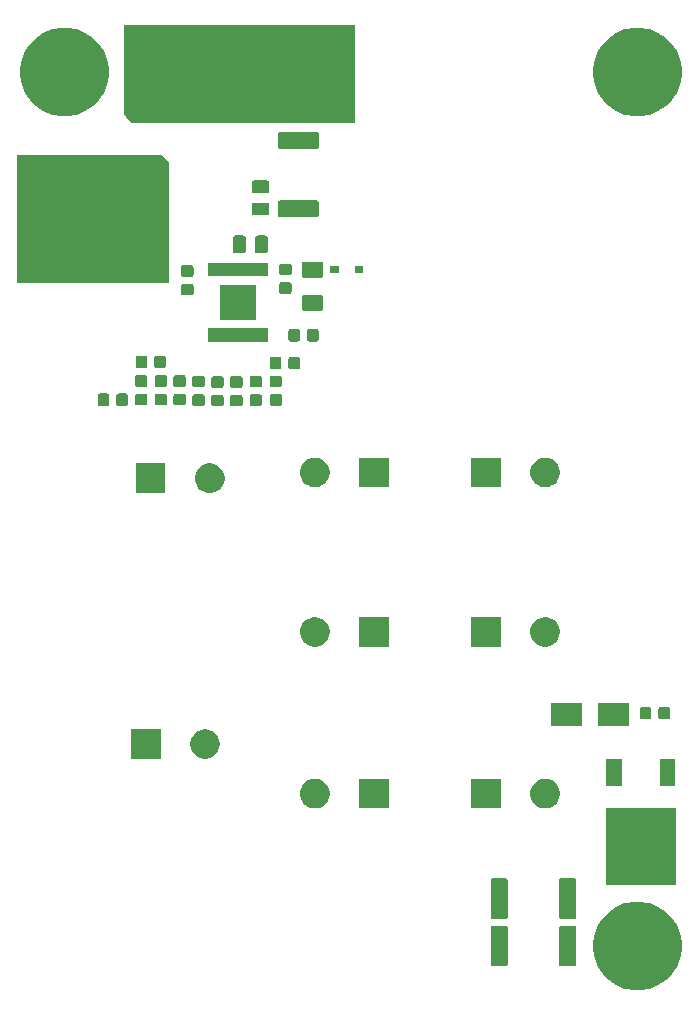
<source format=gbr>
G04 #@! TF.GenerationSoftware,KiCad,Pcbnew,(5.1.2)-2*
G04 #@! TF.CreationDate,2019-10-04T19:12:57-04:00*
G04 #@! TF.ProjectId,High_Current_Buck,48696768-5f43-4757-9272-656e745f4275,rev?*
G04 #@! TF.SameCoordinates,Original*
G04 #@! TF.FileFunction,Soldermask,Bot*
G04 #@! TF.FilePolarity,Negative*
%FSLAX46Y46*%
G04 Gerber Fmt 4.6, Leading zero omitted, Abs format (unit mm)*
G04 Created by KiCad (PCBNEW (5.1.2)-2) date 2019-10-04 19:12:57*
%MOMM*%
%LPD*%
G04 APERTURE LIST*
%ADD10C,0.100000*%
G04 APERTURE END LIST*
D10*
G36*
X78000000Y-47200000D02*
G01*
X59100000Y-47200000D01*
X58500000Y-46600000D01*
X58500000Y-39000000D01*
X78000000Y-39000000D01*
X78000000Y-47200000D01*
G37*
X78000000Y-47200000D02*
X59100000Y-47200000D01*
X58500000Y-46600000D01*
X58500000Y-39000000D01*
X78000000Y-39000000D01*
X78000000Y-47200000D01*
G36*
X62300000Y-50600000D02*
G01*
X62300000Y-60800000D01*
X49500000Y-60800000D01*
X49500000Y-50000000D01*
X61700000Y-50000000D01*
X62300000Y-50600000D01*
G37*
X62300000Y-50600000D02*
X62300000Y-60800000D01*
X49500000Y-60800000D01*
X49500000Y-50000000D01*
X61700000Y-50000000D01*
X62300000Y-50600000D01*
G36*
X102852564Y-113345099D02*
G01*
X103094126Y-113393149D01*
X103776765Y-113675907D01*
X104391123Y-114086408D01*
X104913592Y-114608877D01*
X105324093Y-115223235D01*
X105606851Y-115905874D01*
X105751000Y-116630559D01*
X105751000Y-117369441D01*
X105606851Y-118094126D01*
X105324093Y-118776765D01*
X104913592Y-119391123D01*
X104391123Y-119913592D01*
X103776765Y-120324093D01*
X103094126Y-120606851D01*
X102852564Y-120654901D01*
X102369443Y-120751000D01*
X101630557Y-120751000D01*
X101147436Y-120654901D01*
X100905874Y-120606851D01*
X100223235Y-120324093D01*
X99608877Y-119913592D01*
X99086408Y-119391123D01*
X98675907Y-118776765D01*
X98393149Y-118094126D01*
X98249000Y-117369441D01*
X98249000Y-116630559D01*
X98393149Y-115905874D01*
X98675907Y-115223235D01*
X99086408Y-114608877D01*
X99608877Y-114086408D01*
X100223235Y-113675907D01*
X100905874Y-113393149D01*
X101147436Y-113345099D01*
X101630557Y-113249000D01*
X102369443Y-113249000D01*
X102852564Y-113345099D01*
X102852564Y-113345099D01*
G37*
G36*
X96672798Y-115278247D02*
G01*
X96708367Y-115289037D01*
X96741139Y-115306554D01*
X96769869Y-115330131D01*
X96793446Y-115358861D01*
X96810963Y-115391633D01*
X96821753Y-115427202D01*
X96826000Y-115470325D01*
X96826000Y-118529675D01*
X96821753Y-118572798D01*
X96810963Y-118608367D01*
X96793446Y-118641139D01*
X96769869Y-118669869D01*
X96741139Y-118693446D01*
X96708367Y-118710963D01*
X96672798Y-118721753D01*
X96629675Y-118726000D01*
X95570325Y-118726000D01*
X95527202Y-118721753D01*
X95491633Y-118710963D01*
X95458861Y-118693446D01*
X95430131Y-118669869D01*
X95406554Y-118641139D01*
X95389037Y-118608367D01*
X95378247Y-118572798D01*
X95374000Y-118529675D01*
X95374000Y-115470325D01*
X95378247Y-115427202D01*
X95389037Y-115391633D01*
X95406554Y-115358861D01*
X95430131Y-115330131D01*
X95458861Y-115306554D01*
X95491633Y-115289037D01*
X95527202Y-115278247D01*
X95570325Y-115274000D01*
X96629675Y-115274000D01*
X96672798Y-115278247D01*
X96672798Y-115278247D01*
G37*
G36*
X90872798Y-115278247D02*
G01*
X90908367Y-115289037D01*
X90941139Y-115306554D01*
X90969869Y-115330131D01*
X90993446Y-115358861D01*
X91010963Y-115391633D01*
X91021753Y-115427202D01*
X91026000Y-115470325D01*
X91026000Y-118529675D01*
X91021753Y-118572798D01*
X91010963Y-118608367D01*
X90993446Y-118641139D01*
X90969869Y-118669869D01*
X90941139Y-118693446D01*
X90908367Y-118710963D01*
X90872798Y-118721753D01*
X90829675Y-118726000D01*
X89770325Y-118726000D01*
X89727202Y-118721753D01*
X89691633Y-118710963D01*
X89658861Y-118693446D01*
X89630131Y-118669869D01*
X89606554Y-118641139D01*
X89589037Y-118608367D01*
X89578247Y-118572798D01*
X89574000Y-118529675D01*
X89574000Y-115470325D01*
X89578247Y-115427202D01*
X89589037Y-115391633D01*
X89606554Y-115358861D01*
X89630131Y-115330131D01*
X89658861Y-115306554D01*
X89691633Y-115289037D01*
X89727202Y-115278247D01*
X89770325Y-115274000D01*
X90829675Y-115274000D01*
X90872798Y-115278247D01*
X90872798Y-115278247D01*
G37*
G36*
X96672798Y-111278247D02*
G01*
X96708367Y-111289037D01*
X96741139Y-111306554D01*
X96769869Y-111330131D01*
X96793446Y-111358861D01*
X96810963Y-111391633D01*
X96821753Y-111427202D01*
X96826000Y-111470325D01*
X96826000Y-114529675D01*
X96821753Y-114572798D01*
X96810963Y-114608367D01*
X96793446Y-114641139D01*
X96769869Y-114669869D01*
X96741139Y-114693446D01*
X96708367Y-114710963D01*
X96672798Y-114721753D01*
X96629675Y-114726000D01*
X95570325Y-114726000D01*
X95527202Y-114721753D01*
X95491633Y-114710963D01*
X95458861Y-114693446D01*
X95430131Y-114669869D01*
X95406554Y-114641139D01*
X95389037Y-114608367D01*
X95378247Y-114572798D01*
X95374000Y-114529675D01*
X95374000Y-111470325D01*
X95378247Y-111427202D01*
X95389037Y-111391633D01*
X95406554Y-111358861D01*
X95430131Y-111330131D01*
X95458861Y-111306554D01*
X95491633Y-111289037D01*
X95527202Y-111278247D01*
X95570325Y-111274000D01*
X96629675Y-111274000D01*
X96672798Y-111278247D01*
X96672798Y-111278247D01*
G37*
G36*
X90872798Y-111278247D02*
G01*
X90908367Y-111289037D01*
X90941139Y-111306554D01*
X90969869Y-111330131D01*
X90993446Y-111358861D01*
X91010963Y-111391633D01*
X91021753Y-111427202D01*
X91026000Y-111470325D01*
X91026000Y-114529675D01*
X91021753Y-114572798D01*
X91010963Y-114608367D01*
X90993446Y-114641139D01*
X90969869Y-114669869D01*
X90941139Y-114693446D01*
X90908367Y-114710963D01*
X90872798Y-114721753D01*
X90829675Y-114726000D01*
X89770325Y-114726000D01*
X89727202Y-114721753D01*
X89691633Y-114710963D01*
X89658861Y-114693446D01*
X89630131Y-114669869D01*
X89606554Y-114641139D01*
X89589037Y-114608367D01*
X89578247Y-114572798D01*
X89574000Y-114529675D01*
X89574000Y-111470325D01*
X89578247Y-111427202D01*
X89589037Y-111391633D01*
X89606554Y-111358861D01*
X89630131Y-111330131D01*
X89658861Y-111306554D01*
X89691633Y-111289037D01*
X89727202Y-111278247D01*
X89770325Y-111274000D01*
X90829675Y-111274000D01*
X90872798Y-111278247D01*
X90872798Y-111278247D01*
G37*
G36*
X105251000Y-111851000D02*
G01*
X99349000Y-111851000D01*
X99349000Y-105349000D01*
X105251000Y-105349000D01*
X105251000Y-111851000D01*
X105251000Y-111851000D01*
G37*
G36*
X75064903Y-102897075D02*
G01*
X75292571Y-102991378D01*
X75497466Y-103128285D01*
X75671715Y-103302534D01*
X75808622Y-103507429D01*
X75902925Y-103735097D01*
X75951000Y-103976787D01*
X75951000Y-104223213D01*
X75902925Y-104464903D01*
X75808622Y-104692571D01*
X75671715Y-104897466D01*
X75497466Y-105071715D01*
X75292571Y-105208622D01*
X75292570Y-105208623D01*
X75292569Y-105208623D01*
X75064903Y-105302925D01*
X74823214Y-105351000D01*
X74576786Y-105351000D01*
X74335097Y-105302925D01*
X74107431Y-105208623D01*
X74107430Y-105208623D01*
X74107429Y-105208622D01*
X73902534Y-105071715D01*
X73728285Y-104897466D01*
X73591378Y-104692571D01*
X73497075Y-104464903D01*
X73449000Y-104223213D01*
X73449000Y-103976787D01*
X73497075Y-103735097D01*
X73591378Y-103507429D01*
X73728285Y-103302534D01*
X73902534Y-103128285D01*
X74107429Y-102991378D01*
X74335097Y-102897075D01*
X74576786Y-102849000D01*
X74823214Y-102849000D01*
X75064903Y-102897075D01*
X75064903Y-102897075D01*
G37*
G36*
X94564903Y-102897075D02*
G01*
X94792571Y-102991378D01*
X94997466Y-103128285D01*
X95171715Y-103302534D01*
X95308622Y-103507429D01*
X95402925Y-103735097D01*
X95451000Y-103976787D01*
X95451000Y-104223213D01*
X95402925Y-104464903D01*
X95308622Y-104692571D01*
X95171715Y-104897466D01*
X94997466Y-105071715D01*
X94792571Y-105208622D01*
X94792570Y-105208623D01*
X94792569Y-105208623D01*
X94564903Y-105302925D01*
X94323214Y-105351000D01*
X94076786Y-105351000D01*
X93835097Y-105302925D01*
X93607431Y-105208623D01*
X93607430Y-105208623D01*
X93607429Y-105208622D01*
X93402534Y-105071715D01*
X93228285Y-104897466D01*
X93091378Y-104692571D01*
X92997075Y-104464903D01*
X92949000Y-104223213D01*
X92949000Y-103976787D01*
X92997075Y-103735097D01*
X93091378Y-103507429D01*
X93228285Y-103302534D01*
X93402534Y-103128285D01*
X93607429Y-102991378D01*
X93835097Y-102897075D01*
X94076786Y-102849000D01*
X94323214Y-102849000D01*
X94564903Y-102897075D01*
X94564903Y-102897075D01*
G37*
G36*
X90451000Y-105351000D02*
G01*
X87949000Y-105351000D01*
X87949000Y-102849000D01*
X90451000Y-102849000D01*
X90451000Y-105351000D01*
X90451000Y-105351000D01*
G37*
G36*
X80951000Y-105351000D02*
G01*
X78449000Y-105351000D01*
X78449000Y-102849000D01*
X80951000Y-102849000D01*
X80951000Y-105351000D01*
X80951000Y-105351000D01*
G37*
G36*
X100671000Y-103451000D02*
G01*
X99369000Y-103451000D01*
X99369000Y-101149000D01*
X100671000Y-101149000D01*
X100671000Y-103451000D01*
X100671000Y-103451000D01*
G37*
G36*
X105231000Y-103451000D02*
G01*
X103929000Y-103451000D01*
X103929000Y-101149000D01*
X105231000Y-101149000D01*
X105231000Y-103451000D01*
X105231000Y-103451000D01*
G37*
G36*
X65764903Y-98697075D02*
G01*
X65992571Y-98791378D01*
X66197466Y-98928285D01*
X66371715Y-99102534D01*
X66508622Y-99307429D01*
X66602925Y-99535097D01*
X66651000Y-99776787D01*
X66651000Y-100023213D01*
X66602925Y-100264903D01*
X66508622Y-100492571D01*
X66371715Y-100697466D01*
X66197466Y-100871715D01*
X65992571Y-101008622D01*
X65992570Y-101008623D01*
X65992569Y-101008623D01*
X65764903Y-101102925D01*
X65523214Y-101151000D01*
X65276786Y-101151000D01*
X65035097Y-101102925D01*
X64807431Y-101008623D01*
X64807430Y-101008623D01*
X64807429Y-101008622D01*
X64602534Y-100871715D01*
X64428285Y-100697466D01*
X64291378Y-100492571D01*
X64197075Y-100264903D01*
X64149000Y-100023213D01*
X64149000Y-99776787D01*
X64197075Y-99535097D01*
X64291378Y-99307429D01*
X64428285Y-99102534D01*
X64602534Y-98928285D01*
X64807429Y-98791378D01*
X65035097Y-98697075D01*
X65276786Y-98649000D01*
X65523214Y-98649000D01*
X65764903Y-98697075D01*
X65764903Y-98697075D01*
G37*
G36*
X61651000Y-101151000D02*
G01*
X59149000Y-101151000D01*
X59149000Y-98649000D01*
X61651000Y-98649000D01*
X61651000Y-101151000D01*
X61651000Y-101151000D01*
G37*
G36*
X97301000Y-98351000D02*
G01*
X94699000Y-98351000D01*
X94699000Y-96449000D01*
X97301000Y-96449000D01*
X97301000Y-98351000D01*
X97301000Y-98351000D01*
G37*
G36*
X101301000Y-98351000D02*
G01*
X98699000Y-98351000D01*
X98699000Y-96449000D01*
X101301000Y-96449000D01*
X101301000Y-98351000D01*
X101301000Y-98351000D01*
G37*
G36*
X103042091Y-96778085D02*
G01*
X103076069Y-96788393D01*
X103107390Y-96805134D01*
X103134839Y-96827661D01*
X103157366Y-96855110D01*
X103174107Y-96886431D01*
X103184415Y-96920409D01*
X103188500Y-96961890D01*
X103188500Y-97638110D01*
X103184415Y-97679591D01*
X103174107Y-97713569D01*
X103157366Y-97744890D01*
X103134839Y-97772339D01*
X103107390Y-97794866D01*
X103076069Y-97811607D01*
X103042091Y-97821915D01*
X103000610Y-97826000D01*
X102399390Y-97826000D01*
X102357909Y-97821915D01*
X102323931Y-97811607D01*
X102292610Y-97794866D01*
X102265161Y-97772339D01*
X102242634Y-97744890D01*
X102225893Y-97713569D01*
X102215585Y-97679591D01*
X102211500Y-97638110D01*
X102211500Y-96961890D01*
X102215585Y-96920409D01*
X102225893Y-96886431D01*
X102242634Y-96855110D01*
X102265161Y-96827661D01*
X102292610Y-96805134D01*
X102323931Y-96788393D01*
X102357909Y-96778085D01*
X102399390Y-96774000D01*
X103000610Y-96774000D01*
X103042091Y-96778085D01*
X103042091Y-96778085D01*
G37*
G36*
X104617091Y-96778085D02*
G01*
X104651069Y-96788393D01*
X104682390Y-96805134D01*
X104709839Y-96827661D01*
X104732366Y-96855110D01*
X104749107Y-96886431D01*
X104759415Y-96920409D01*
X104763500Y-96961890D01*
X104763500Y-97638110D01*
X104759415Y-97679591D01*
X104749107Y-97713569D01*
X104732366Y-97744890D01*
X104709839Y-97772339D01*
X104682390Y-97794866D01*
X104651069Y-97811607D01*
X104617091Y-97821915D01*
X104575610Y-97826000D01*
X103974390Y-97826000D01*
X103932909Y-97821915D01*
X103898931Y-97811607D01*
X103867610Y-97794866D01*
X103840161Y-97772339D01*
X103817634Y-97744890D01*
X103800893Y-97713569D01*
X103790585Y-97679591D01*
X103786500Y-97638110D01*
X103786500Y-96961890D01*
X103790585Y-96920409D01*
X103800893Y-96886431D01*
X103817634Y-96855110D01*
X103840161Y-96827661D01*
X103867610Y-96805134D01*
X103898931Y-96788393D01*
X103932909Y-96778085D01*
X103974390Y-96774000D01*
X104575610Y-96774000D01*
X104617091Y-96778085D01*
X104617091Y-96778085D01*
G37*
G36*
X94564903Y-89197075D02*
G01*
X94792571Y-89291378D01*
X94997466Y-89428285D01*
X95171715Y-89602534D01*
X95308622Y-89807429D01*
X95402925Y-90035097D01*
X95451000Y-90276787D01*
X95451000Y-90523213D01*
X95402925Y-90764903D01*
X95308622Y-90992571D01*
X95171715Y-91197466D01*
X94997466Y-91371715D01*
X94792571Y-91508622D01*
X94792570Y-91508623D01*
X94792569Y-91508623D01*
X94564903Y-91602925D01*
X94323214Y-91651000D01*
X94076786Y-91651000D01*
X93835097Y-91602925D01*
X93607431Y-91508623D01*
X93607430Y-91508623D01*
X93607429Y-91508622D01*
X93402534Y-91371715D01*
X93228285Y-91197466D01*
X93091378Y-90992571D01*
X92997075Y-90764903D01*
X92949000Y-90523213D01*
X92949000Y-90276787D01*
X92997075Y-90035097D01*
X93091378Y-89807429D01*
X93228285Y-89602534D01*
X93402534Y-89428285D01*
X93607429Y-89291378D01*
X93835097Y-89197075D01*
X94076786Y-89149000D01*
X94323214Y-89149000D01*
X94564903Y-89197075D01*
X94564903Y-89197075D01*
G37*
G36*
X75064903Y-89197075D02*
G01*
X75292571Y-89291378D01*
X75497466Y-89428285D01*
X75671715Y-89602534D01*
X75808622Y-89807429D01*
X75902925Y-90035097D01*
X75951000Y-90276787D01*
X75951000Y-90523213D01*
X75902925Y-90764903D01*
X75808622Y-90992571D01*
X75671715Y-91197466D01*
X75497466Y-91371715D01*
X75292571Y-91508622D01*
X75292570Y-91508623D01*
X75292569Y-91508623D01*
X75064903Y-91602925D01*
X74823214Y-91651000D01*
X74576786Y-91651000D01*
X74335097Y-91602925D01*
X74107431Y-91508623D01*
X74107430Y-91508623D01*
X74107429Y-91508622D01*
X73902534Y-91371715D01*
X73728285Y-91197466D01*
X73591378Y-90992571D01*
X73497075Y-90764903D01*
X73449000Y-90523213D01*
X73449000Y-90276787D01*
X73497075Y-90035097D01*
X73591378Y-89807429D01*
X73728285Y-89602534D01*
X73902534Y-89428285D01*
X74107429Y-89291378D01*
X74335097Y-89197075D01*
X74576786Y-89149000D01*
X74823214Y-89149000D01*
X75064903Y-89197075D01*
X75064903Y-89197075D01*
G37*
G36*
X90451000Y-91651000D02*
G01*
X87949000Y-91651000D01*
X87949000Y-89149000D01*
X90451000Y-89149000D01*
X90451000Y-91651000D01*
X90451000Y-91651000D01*
G37*
G36*
X80951000Y-91651000D02*
G01*
X78449000Y-91651000D01*
X78449000Y-89149000D01*
X80951000Y-89149000D01*
X80951000Y-91651000D01*
X80951000Y-91651000D01*
G37*
G36*
X66164903Y-76197075D02*
G01*
X66392571Y-76291378D01*
X66597466Y-76428285D01*
X66771715Y-76602534D01*
X66908622Y-76807429D01*
X66908623Y-76807431D01*
X66998003Y-77023214D01*
X67002925Y-77035097D01*
X67051000Y-77276787D01*
X67051000Y-77523213D01*
X67002925Y-77764903D01*
X66908622Y-77992571D01*
X66771715Y-78197466D01*
X66597466Y-78371715D01*
X66392571Y-78508622D01*
X66392570Y-78508623D01*
X66392569Y-78508623D01*
X66164903Y-78602925D01*
X65923214Y-78651000D01*
X65676786Y-78651000D01*
X65435097Y-78602925D01*
X65207431Y-78508623D01*
X65207430Y-78508623D01*
X65207429Y-78508622D01*
X65002534Y-78371715D01*
X64828285Y-78197466D01*
X64691378Y-77992571D01*
X64597075Y-77764903D01*
X64549000Y-77523213D01*
X64549000Y-77276787D01*
X64597075Y-77035097D01*
X64601997Y-77023214D01*
X64691377Y-76807431D01*
X64691378Y-76807429D01*
X64828285Y-76602534D01*
X65002534Y-76428285D01*
X65207429Y-76291378D01*
X65435097Y-76197075D01*
X65676786Y-76149000D01*
X65923214Y-76149000D01*
X66164903Y-76197075D01*
X66164903Y-76197075D01*
G37*
G36*
X62051000Y-78651000D02*
G01*
X59549000Y-78651000D01*
X59549000Y-76149000D01*
X62051000Y-76149000D01*
X62051000Y-78651000D01*
X62051000Y-78651000D01*
G37*
G36*
X75064903Y-75697075D02*
G01*
X75292571Y-75791378D01*
X75497466Y-75928285D01*
X75671715Y-76102534D01*
X75797896Y-76291377D01*
X75808623Y-76307431D01*
X75902925Y-76535097D01*
X75951000Y-76776786D01*
X75951000Y-77023214D01*
X75902925Y-77264903D01*
X75898003Y-77276787D01*
X75808622Y-77492571D01*
X75671715Y-77697466D01*
X75497466Y-77871715D01*
X75292571Y-78008622D01*
X75292570Y-78008623D01*
X75292569Y-78008623D01*
X75064903Y-78102925D01*
X74823214Y-78151000D01*
X74576786Y-78151000D01*
X74335097Y-78102925D01*
X74107431Y-78008623D01*
X74107430Y-78008623D01*
X74107429Y-78008622D01*
X73902534Y-77871715D01*
X73728285Y-77697466D01*
X73591378Y-77492571D01*
X73501998Y-77276787D01*
X73497075Y-77264903D01*
X73449000Y-77023214D01*
X73449000Y-76776786D01*
X73497075Y-76535097D01*
X73591377Y-76307431D01*
X73602104Y-76291377D01*
X73728285Y-76102534D01*
X73902534Y-75928285D01*
X74107429Y-75791378D01*
X74335097Y-75697075D01*
X74576786Y-75649000D01*
X74823214Y-75649000D01*
X75064903Y-75697075D01*
X75064903Y-75697075D01*
G37*
G36*
X80951000Y-78151000D02*
G01*
X78449000Y-78151000D01*
X78449000Y-75649000D01*
X80951000Y-75649000D01*
X80951000Y-78151000D01*
X80951000Y-78151000D01*
G37*
G36*
X94564903Y-75697075D02*
G01*
X94792571Y-75791378D01*
X94997466Y-75928285D01*
X95171715Y-76102534D01*
X95297896Y-76291377D01*
X95308623Y-76307431D01*
X95402925Y-76535097D01*
X95451000Y-76776786D01*
X95451000Y-77023214D01*
X95402925Y-77264903D01*
X95398003Y-77276787D01*
X95308622Y-77492571D01*
X95171715Y-77697466D01*
X94997466Y-77871715D01*
X94792571Y-78008622D01*
X94792570Y-78008623D01*
X94792569Y-78008623D01*
X94564903Y-78102925D01*
X94323214Y-78151000D01*
X94076786Y-78151000D01*
X93835097Y-78102925D01*
X93607431Y-78008623D01*
X93607430Y-78008623D01*
X93607429Y-78008622D01*
X93402534Y-77871715D01*
X93228285Y-77697466D01*
X93091378Y-77492571D01*
X93001998Y-77276787D01*
X92997075Y-77264903D01*
X92949000Y-77023214D01*
X92949000Y-76776786D01*
X92997075Y-76535097D01*
X93091377Y-76307431D01*
X93102104Y-76291377D01*
X93228285Y-76102534D01*
X93402534Y-75928285D01*
X93607429Y-75791378D01*
X93835097Y-75697075D01*
X94076786Y-75649000D01*
X94323214Y-75649000D01*
X94564903Y-75697075D01*
X94564903Y-75697075D01*
G37*
G36*
X90451000Y-78151000D02*
G01*
X87949000Y-78151000D01*
X87949000Y-75649000D01*
X90451000Y-75649000D01*
X90451000Y-78151000D01*
X90451000Y-78151000D01*
G37*
G36*
X66829591Y-70340585D02*
G01*
X66863569Y-70350893D01*
X66894890Y-70367634D01*
X66922339Y-70390161D01*
X66944866Y-70417610D01*
X66961607Y-70448931D01*
X66971915Y-70482909D01*
X66976000Y-70524390D01*
X66976000Y-71125610D01*
X66971915Y-71167091D01*
X66961607Y-71201069D01*
X66944866Y-71232390D01*
X66922339Y-71259839D01*
X66894890Y-71282366D01*
X66863569Y-71299107D01*
X66829591Y-71309415D01*
X66788110Y-71313500D01*
X66111890Y-71313500D01*
X66070409Y-71309415D01*
X66036431Y-71299107D01*
X66005110Y-71282366D01*
X65977661Y-71259839D01*
X65955134Y-71232390D01*
X65938393Y-71201069D01*
X65928085Y-71167091D01*
X65924000Y-71125610D01*
X65924000Y-70524390D01*
X65928085Y-70482909D01*
X65938393Y-70448931D01*
X65955134Y-70417610D01*
X65977661Y-70390161D01*
X66005110Y-70367634D01*
X66036431Y-70350893D01*
X66070409Y-70340585D01*
X66111890Y-70336500D01*
X66788110Y-70336500D01*
X66829591Y-70340585D01*
X66829591Y-70340585D01*
G37*
G36*
X68429591Y-70340585D02*
G01*
X68463569Y-70350893D01*
X68494890Y-70367634D01*
X68522339Y-70390161D01*
X68544866Y-70417610D01*
X68561607Y-70448931D01*
X68571915Y-70482909D01*
X68576000Y-70524390D01*
X68576000Y-71125610D01*
X68571915Y-71167091D01*
X68561607Y-71201069D01*
X68544866Y-71232390D01*
X68522339Y-71259839D01*
X68494890Y-71282366D01*
X68463569Y-71299107D01*
X68429591Y-71309415D01*
X68388110Y-71313500D01*
X67711890Y-71313500D01*
X67670409Y-71309415D01*
X67636431Y-71299107D01*
X67605110Y-71282366D01*
X67577661Y-71259839D01*
X67555134Y-71232390D01*
X67538393Y-71201069D01*
X67528085Y-71167091D01*
X67524000Y-71125610D01*
X67524000Y-70524390D01*
X67528085Y-70482909D01*
X67538393Y-70448931D01*
X67555134Y-70417610D01*
X67577661Y-70390161D01*
X67605110Y-70367634D01*
X67636431Y-70350893D01*
X67670409Y-70340585D01*
X67711890Y-70336500D01*
X68388110Y-70336500D01*
X68429591Y-70340585D01*
X68429591Y-70340585D01*
G37*
G36*
X70079591Y-70303085D02*
G01*
X70113569Y-70313393D01*
X70144890Y-70330134D01*
X70172339Y-70352661D01*
X70194866Y-70380110D01*
X70211607Y-70411431D01*
X70221915Y-70445409D01*
X70226000Y-70486890D01*
X70226000Y-71088110D01*
X70221915Y-71129591D01*
X70211607Y-71163569D01*
X70194866Y-71194890D01*
X70172339Y-71222339D01*
X70144890Y-71244866D01*
X70113569Y-71261607D01*
X70079591Y-71271915D01*
X70038110Y-71276000D01*
X69361890Y-71276000D01*
X69320409Y-71271915D01*
X69286431Y-71261607D01*
X69255110Y-71244866D01*
X69227661Y-71222339D01*
X69205134Y-71194890D01*
X69188393Y-71163569D01*
X69178085Y-71129591D01*
X69174000Y-71088110D01*
X69174000Y-70486890D01*
X69178085Y-70445409D01*
X69188393Y-70411431D01*
X69205134Y-70380110D01*
X69227661Y-70352661D01*
X69255110Y-70330134D01*
X69286431Y-70313393D01*
X69320409Y-70303085D01*
X69361890Y-70299000D01*
X70038110Y-70299000D01*
X70079591Y-70303085D01*
X70079591Y-70303085D01*
G37*
G36*
X58717091Y-70228085D02*
G01*
X58751069Y-70238393D01*
X58782390Y-70255134D01*
X58809839Y-70277661D01*
X58832366Y-70305110D01*
X58849107Y-70336431D01*
X58859415Y-70370409D01*
X58863500Y-70411890D01*
X58863500Y-71088110D01*
X58859415Y-71129591D01*
X58849107Y-71163569D01*
X58832366Y-71194890D01*
X58809839Y-71222339D01*
X58782390Y-71244866D01*
X58751069Y-71261607D01*
X58717091Y-71271915D01*
X58675610Y-71276000D01*
X58074390Y-71276000D01*
X58032909Y-71271915D01*
X57998931Y-71261607D01*
X57967610Y-71244866D01*
X57940161Y-71222339D01*
X57917634Y-71194890D01*
X57900893Y-71163569D01*
X57890585Y-71129591D01*
X57886500Y-71088110D01*
X57886500Y-70411890D01*
X57890585Y-70370409D01*
X57900893Y-70336431D01*
X57917634Y-70305110D01*
X57940161Y-70277661D01*
X57967610Y-70255134D01*
X57998931Y-70238393D01*
X58032909Y-70228085D01*
X58074390Y-70224000D01*
X58675610Y-70224000D01*
X58717091Y-70228085D01*
X58717091Y-70228085D01*
G37*
G36*
X57142091Y-70228085D02*
G01*
X57176069Y-70238393D01*
X57207390Y-70255134D01*
X57234839Y-70277661D01*
X57257366Y-70305110D01*
X57274107Y-70336431D01*
X57284415Y-70370409D01*
X57288500Y-70411890D01*
X57288500Y-71088110D01*
X57284415Y-71129591D01*
X57274107Y-71163569D01*
X57257366Y-71194890D01*
X57234839Y-71222339D01*
X57207390Y-71244866D01*
X57176069Y-71261607D01*
X57142091Y-71271915D01*
X57100610Y-71276000D01*
X56499390Y-71276000D01*
X56457909Y-71271915D01*
X56423931Y-71261607D01*
X56392610Y-71244866D01*
X56365161Y-71222339D01*
X56342634Y-71194890D01*
X56325893Y-71163569D01*
X56315585Y-71129591D01*
X56311500Y-71088110D01*
X56311500Y-70411890D01*
X56315585Y-70370409D01*
X56325893Y-70336431D01*
X56342634Y-70305110D01*
X56365161Y-70277661D01*
X56392610Y-70255134D01*
X56423931Y-70238393D01*
X56457909Y-70228085D01*
X56499390Y-70224000D01*
X57100610Y-70224000D01*
X57142091Y-70228085D01*
X57142091Y-70228085D01*
G37*
G36*
X71779591Y-70290585D02*
G01*
X71813569Y-70300893D01*
X71844890Y-70317634D01*
X71872339Y-70340161D01*
X71894866Y-70367610D01*
X71911607Y-70398931D01*
X71921915Y-70432909D01*
X71926000Y-70474390D01*
X71926000Y-71075610D01*
X71921915Y-71117091D01*
X71911607Y-71151069D01*
X71894866Y-71182390D01*
X71872339Y-71209839D01*
X71844890Y-71232366D01*
X71813569Y-71249107D01*
X71779591Y-71259415D01*
X71738110Y-71263500D01*
X71061890Y-71263500D01*
X71020409Y-71259415D01*
X70986431Y-71249107D01*
X70955110Y-71232366D01*
X70927661Y-71209839D01*
X70905134Y-71182390D01*
X70888393Y-71151069D01*
X70878085Y-71117091D01*
X70874000Y-71075610D01*
X70874000Y-70474390D01*
X70878085Y-70432909D01*
X70888393Y-70398931D01*
X70905134Y-70367610D01*
X70927661Y-70340161D01*
X70955110Y-70317634D01*
X70986431Y-70300893D01*
X71020409Y-70290585D01*
X71061890Y-70286500D01*
X71738110Y-70286500D01*
X71779591Y-70290585D01*
X71779591Y-70290585D01*
G37*
G36*
X65229591Y-70290585D02*
G01*
X65263569Y-70300893D01*
X65294890Y-70317634D01*
X65322339Y-70340161D01*
X65344866Y-70367610D01*
X65361607Y-70398931D01*
X65371915Y-70432909D01*
X65376000Y-70474390D01*
X65376000Y-71075610D01*
X65371915Y-71117091D01*
X65361607Y-71151069D01*
X65344866Y-71182390D01*
X65322339Y-71209839D01*
X65294890Y-71232366D01*
X65263569Y-71249107D01*
X65229591Y-71259415D01*
X65188110Y-71263500D01*
X64511890Y-71263500D01*
X64470409Y-71259415D01*
X64436431Y-71249107D01*
X64405110Y-71232366D01*
X64377661Y-71209839D01*
X64355134Y-71182390D01*
X64338393Y-71151069D01*
X64328085Y-71117091D01*
X64324000Y-71075610D01*
X64324000Y-70474390D01*
X64328085Y-70432909D01*
X64338393Y-70398931D01*
X64355134Y-70367610D01*
X64377661Y-70340161D01*
X64405110Y-70317634D01*
X64436431Y-70300893D01*
X64470409Y-70290585D01*
X64511890Y-70286500D01*
X65188110Y-70286500D01*
X65229591Y-70290585D01*
X65229591Y-70290585D01*
G37*
G36*
X62029591Y-70265585D02*
G01*
X62063569Y-70275893D01*
X62094890Y-70292634D01*
X62122339Y-70315161D01*
X62144866Y-70342610D01*
X62161607Y-70373931D01*
X62171915Y-70407909D01*
X62176000Y-70449390D01*
X62176000Y-71050610D01*
X62171915Y-71092091D01*
X62161607Y-71126069D01*
X62144866Y-71157390D01*
X62122339Y-71184839D01*
X62094890Y-71207366D01*
X62063569Y-71224107D01*
X62029591Y-71234415D01*
X61988110Y-71238500D01*
X61311890Y-71238500D01*
X61270409Y-71234415D01*
X61236431Y-71224107D01*
X61205110Y-71207366D01*
X61177661Y-71184839D01*
X61155134Y-71157390D01*
X61138393Y-71126069D01*
X61128085Y-71092091D01*
X61124000Y-71050610D01*
X61124000Y-70449390D01*
X61128085Y-70407909D01*
X61138393Y-70373931D01*
X61155134Y-70342610D01*
X61177661Y-70315161D01*
X61205110Y-70292634D01*
X61236431Y-70275893D01*
X61270409Y-70265585D01*
X61311890Y-70261500D01*
X61988110Y-70261500D01*
X62029591Y-70265585D01*
X62029591Y-70265585D01*
G37*
G36*
X63629591Y-70265585D02*
G01*
X63663569Y-70275893D01*
X63694890Y-70292634D01*
X63722339Y-70315161D01*
X63744866Y-70342610D01*
X63761607Y-70373931D01*
X63771915Y-70407909D01*
X63776000Y-70449390D01*
X63776000Y-71050610D01*
X63771915Y-71092091D01*
X63761607Y-71126069D01*
X63744866Y-71157390D01*
X63722339Y-71184839D01*
X63694890Y-71207366D01*
X63663569Y-71224107D01*
X63629591Y-71234415D01*
X63588110Y-71238500D01*
X62911890Y-71238500D01*
X62870409Y-71234415D01*
X62836431Y-71224107D01*
X62805110Y-71207366D01*
X62777661Y-71184839D01*
X62755134Y-71157390D01*
X62738393Y-71126069D01*
X62728085Y-71092091D01*
X62724000Y-71050610D01*
X62724000Y-70449390D01*
X62728085Y-70407909D01*
X62738393Y-70373931D01*
X62755134Y-70342610D01*
X62777661Y-70315161D01*
X62805110Y-70292634D01*
X62836431Y-70275893D01*
X62870409Y-70265585D01*
X62911890Y-70261500D01*
X63588110Y-70261500D01*
X63629591Y-70265585D01*
X63629591Y-70265585D01*
G37*
G36*
X60379591Y-70253085D02*
G01*
X60413569Y-70263393D01*
X60444890Y-70280134D01*
X60472339Y-70302661D01*
X60494866Y-70330110D01*
X60511607Y-70361431D01*
X60521915Y-70395409D01*
X60526000Y-70436890D01*
X60526000Y-71038110D01*
X60521915Y-71079591D01*
X60511607Y-71113569D01*
X60494866Y-71144890D01*
X60472339Y-71172339D01*
X60444890Y-71194866D01*
X60413569Y-71211607D01*
X60379591Y-71221915D01*
X60338110Y-71226000D01*
X59661890Y-71226000D01*
X59620409Y-71221915D01*
X59586431Y-71211607D01*
X59555110Y-71194866D01*
X59527661Y-71172339D01*
X59505134Y-71144890D01*
X59488393Y-71113569D01*
X59478085Y-71079591D01*
X59474000Y-71038110D01*
X59474000Y-70436890D01*
X59478085Y-70395409D01*
X59488393Y-70361431D01*
X59505134Y-70330110D01*
X59527661Y-70302661D01*
X59555110Y-70280134D01*
X59586431Y-70263393D01*
X59620409Y-70253085D01*
X59661890Y-70249000D01*
X60338110Y-70249000D01*
X60379591Y-70253085D01*
X60379591Y-70253085D01*
G37*
G36*
X66829591Y-68765585D02*
G01*
X66863569Y-68775893D01*
X66894890Y-68792634D01*
X66922339Y-68815161D01*
X66944866Y-68842610D01*
X66961607Y-68873931D01*
X66971915Y-68907909D01*
X66976000Y-68949390D01*
X66976000Y-69550610D01*
X66971915Y-69592091D01*
X66961607Y-69626069D01*
X66944866Y-69657390D01*
X66922339Y-69684839D01*
X66894890Y-69707366D01*
X66863569Y-69724107D01*
X66829591Y-69734415D01*
X66788110Y-69738500D01*
X66111890Y-69738500D01*
X66070409Y-69734415D01*
X66036431Y-69724107D01*
X66005110Y-69707366D01*
X65977661Y-69684839D01*
X65955134Y-69657390D01*
X65938393Y-69626069D01*
X65928085Y-69592091D01*
X65924000Y-69550610D01*
X65924000Y-68949390D01*
X65928085Y-68907909D01*
X65938393Y-68873931D01*
X65955134Y-68842610D01*
X65977661Y-68815161D01*
X66005110Y-68792634D01*
X66036431Y-68775893D01*
X66070409Y-68765585D01*
X66111890Y-68761500D01*
X66788110Y-68761500D01*
X66829591Y-68765585D01*
X66829591Y-68765585D01*
G37*
G36*
X68429591Y-68765585D02*
G01*
X68463569Y-68775893D01*
X68494890Y-68792634D01*
X68522339Y-68815161D01*
X68544866Y-68842610D01*
X68561607Y-68873931D01*
X68571915Y-68907909D01*
X68576000Y-68949390D01*
X68576000Y-69550610D01*
X68571915Y-69592091D01*
X68561607Y-69626069D01*
X68544866Y-69657390D01*
X68522339Y-69684839D01*
X68494890Y-69707366D01*
X68463569Y-69724107D01*
X68429591Y-69734415D01*
X68388110Y-69738500D01*
X67711890Y-69738500D01*
X67670409Y-69734415D01*
X67636431Y-69724107D01*
X67605110Y-69707366D01*
X67577661Y-69684839D01*
X67555134Y-69657390D01*
X67538393Y-69626069D01*
X67528085Y-69592091D01*
X67524000Y-69550610D01*
X67524000Y-68949390D01*
X67528085Y-68907909D01*
X67538393Y-68873931D01*
X67555134Y-68842610D01*
X67577661Y-68815161D01*
X67605110Y-68792634D01*
X67636431Y-68775893D01*
X67670409Y-68765585D01*
X67711890Y-68761500D01*
X68388110Y-68761500D01*
X68429591Y-68765585D01*
X68429591Y-68765585D01*
G37*
G36*
X70079591Y-68728085D02*
G01*
X70113569Y-68738393D01*
X70144890Y-68755134D01*
X70172339Y-68777661D01*
X70194866Y-68805110D01*
X70211607Y-68836431D01*
X70221915Y-68870409D01*
X70226000Y-68911890D01*
X70226000Y-69513110D01*
X70221915Y-69554591D01*
X70211607Y-69588569D01*
X70194866Y-69619890D01*
X70172339Y-69647339D01*
X70144890Y-69669866D01*
X70113569Y-69686607D01*
X70079591Y-69696915D01*
X70038110Y-69701000D01*
X69361890Y-69701000D01*
X69320409Y-69696915D01*
X69286431Y-69686607D01*
X69255110Y-69669866D01*
X69227661Y-69647339D01*
X69205134Y-69619890D01*
X69188393Y-69588569D01*
X69178085Y-69554591D01*
X69174000Y-69513110D01*
X69174000Y-68911890D01*
X69178085Y-68870409D01*
X69188393Y-68836431D01*
X69205134Y-68805110D01*
X69227661Y-68777661D01*
X69255110Y-68755134D01*
X69286431Y-68738393D01*
X69320409Y-68728085D01*
X69361890Y-68724000D01*
X70038110Y-68724000D01*
X70079591Y-68728085D01*
X70079591Y-68728085D01*
G37*
G36*
X71779591Y-68715585D02*
G01*
X71813569Y-68725893D01*
X71844890Y-68742634D01*
X71872339Y-68765161D01*
X71894866Y-68792610D01*
X71911607Y-68823931D01*
X71921915Y-68857909D01*
X71926000Y-68899390D01*
X71926000Y-69500610D01*
X71921915Y-69542091D01*
X71911607Y-69576069D01*
X71894866Y-69607390D01*
X71872339Y-69634839D01*
X71844890Y-69657366D01*
X71813569Y-69674107D01*
X71779591Y-69684415D01*
X71738110Y-69688500D01*
X71061890Y-69688500D01*
X71020409Y-69684415D01*
X70986431Y-69674107D01*
X70955110Y-69657366D01*
X70927661Y-69634839D01*
X70905134Y-69607390D01*
X70888393Y-69576069D01*
X70878085Y-69542091D01*
X70874000Y-69500610D01*
X70874000Y-68899390D01*
X70878085Y-68857909D01*
X70888393Y-68823931D01*
X70905134Y-68792610D01*
X70927661Y-68765161D01*
X70955110Y-68742634D01*
X70986431Y-68725893D01*
X71020409Y-68715585D01*
X71061890Y-68711500D01*
X71738110Y-68711500D01*
X71779591Y-68715585D01*
X71779591Y-68715585D01*
G37*
G36*
X65229591Y-68715585D02*
G01*
X65263569Y-68725893D01*
X65294890Y-68742634D01*
X65322339Y-68765161D01*
X65344866Y-68792610D01*
X65361607Y-68823931D01*
X65371915Y-68857909D01*
X65376000Y-68899390D01*
X65376000Y-69500610D01*
X65371915Y-69542091D01*
X65361607Y-69576069D01*
X65344866Y-69607390D01*
X65322339Y-69634839D01*
X65294890Y-69657366D01*
X65263569Y-69674107D01*
X65229591Y-69684415D01*
X65188110Y-69688500D01*
X64511890Y-69688500D01*
X64470409Y-69684415D01*
X64436431Y-69674107D01*
X64405110Y-69657366D01*
X64377661Y-69634839D01*
X64355134Y-69607390D01*
X64338393Y-69576069D01*
X64328085Y-69542091D01*
X64324000Y-69500610D01*
X64324000Y-68899390D01*
X64328085Y-68857909D01*
X64338393Y-68823931D01*
X64355134Y-68792610D01*
X64377661Y-68765161D01*
X64405110Y-68742634D01*
X64436431Y-68725893D01*
X64470409Y-68715585D01*
X64511890Y-68711500D01*
X65188110Y-68711500D01*
X65229591Y-68715585D01*
X65229591Y-68715585D01*
G37*
G36*
X63629591Y-68690585D02*
G01*
X63663569Y-68700893D01*
X63694890Y-68717634D01*
X63722339Y-68740161D01*
X63744866Y-68767610D01*
X63761607Y-68798931D01*
X63771915Y-68832909D01*
X63776000Y-68874390D01*
X63776000Y-69475610D01*
X63771915Y-69517091D01*
X63761607Y-69551069D01*
X63744866Y-69582390D01*
X63722339Y-69609839D01*
X63694890Y-69632366D01*
X63663569Y-69649107D01*
X63629591Y-69659415D01*
X63588110Y-69663500D01*
X62911890Y-69663500D01*
X62870409Y-69659415D01*
X62836431Y-69649107D01*
X62805110Y-69632366D01*
X62777661Y-69609839D01*
X62755134Y-69582390D01*
X62738393Y-69551069D01*
X62728085Y-69517091D01*
X62724000Y-69475610D01*
X62724000Y-68874390D01*
X62728085Y-68832909D01*
X62738393Y-68798931D01*
X62755134Y-68767610D01*
X62777661Y-68740161D01*
X62805110Y-68717634D01*
X62836431Y-68700893D01*
X62870409Y-68690585D01*
X62911890Y-68686500D01*
X63588110Y-68686500D01*
X63629591Y-68690585D01*
X63629591Y-68690585D01*
G37*
G36*
X62029591Y-68690585D02*
G01*
X62063569Y-68700893D01*
X62094890Y-68717634D01*
X62122339Y-68740161D01*
X62144866Y-68767610D01*
X62161607Y-68798931D01*
X62171915Y-68832909D01*
X62176000Y-68874390D01*
X62176000Y-69475610D01*
X62171915Y-69517091D01*
X62161607Y-69551069D01*
X62144866Y-69582390D01*
X62122339Y-69609839D01*
X62094890Y-69632366D01*
X62063569Y-69649107D01*
X62029591Y-69659415D01*
X61988110Y-69663500D01*
X61311890Y-69663500D01*
X61270409Y-69659415D01*
X61236431Y-69649107D01*
X61205110Y-69632366D01*
X61177661Y-69609839D01*
X61155134Y-69582390D01*
X61138393Y-69551069D01*
X61128085Y-69517091D01*
X61124000Y-69475610D01*
X61124000Y-68874390D01*
X61128085Y-68832909D01*
X61138393Y-68798931D01*
X61155134Y-68767610D01*
X61177661Y-68740161D01*
X61205110Y-68717634D01*
X61236431Y-68700893D01*
X61270409Y-68690585D01*
X61311890Y-68686500D01*
X61988110Y-68686500D01*
X62029591Y-68690585D01*
X62029591Y-68690585D01*
G37*
G36*
X60379591Y-68678085D02*
G01*
X60413569Y-68688393D01*
X60444890Y-68705134D01*
X60472339Y-68727661D01*
X60494866Y-68755110D01*
X60511607Y-68786431D01*
X60521915Y-68820409D01*
X60526000Y-68861890D01*
X60526000Y-69463110D01*
X60521915Y-69504591D01*
X60511607Y-69538569D01*
X60494866Y-69569890D01*
X60472339Y-69597339D01*
X60444890Y-69619866D01*
X60413569Y-69636607D01*
X60379591Y-69646915D01*
X60338110Y-69651000D01*
X59661890Y-69651000D01*
X59620409Y-69646915D01*
X59586431Y-69636607D01*
X59555110Y-69619866D01*
X59527661Y-69597339D01*
X59505134Y-69569890D01*
X59488393Y-69538569D01*
X59478085Y-69504591D01*
X59474000Y-69463110D01*
X59474000Y-68861890D01*
X59478085Y-68820409D01*
X59488393Y-68786431D01*
X59505134Y-68755110D01*
X59527661Y-68727661D01*
X59555110Y-68705134D01*
X59586431Y-68688393D01*
X59620409Y-68678085D01*
X59661890Y-68674000D01*
X60338110Y-68674000D01*
X60379591Y-68678085D01*
X60379591Y-68678085D01*
G37*
G36*
X71717091Y-67128085D02*
G01*
X71751069Y-67138393D01*
X71782390Y-67155134D01*
X71809839Y-67177661D01*
X71832366Y-67205110D01*
X71849107Y-67236431D01*
X71859415Y-67270409D01*
X71863500Y-67311890D01*
X71863500Y-67988110D01*
X71859415Y-68029591D01*
X71849107Y-68063569D01*
X71832366Y-68094890D01*
X71809839Y-68122339D01*
X71782390Y-68144866D01*
X71751069Y-68161607D01*
X71717091Y-68171915D01*
X71675610Y-68176000D01*
X71074390Y-68176000D01*
X71032909Y-68171915D01*
X70998931Y-68161607D01*
X70967610Y-68144866D01*
X70940161Y-68122339D01*
X70917634Y-68094890D01*
X70900893Y-68063569D01*
X70890585Y-68029591D01*
X70886500Y-67988110D01*
X70886500Y-67311890D01*
X70890585Y-67270409D01*
X70900893Y-67236431D01*
X70917634Y-67205110D01*
X70940161Y-67177661D01*
X70967610Y-67155134D01*
X70998931Y-67138393D01*
X71032909Y-67128085D01*
X71074390Y-67124000D01*
X71675610Y-67124000D01*
X71717091Y-67128085D01*
X71717091Y-67128085D01*
G37*
G36*
X73292091Y-67128085D02*
G01*
X73326069Y-67138393D01*
X73357390Y-67155134D01*
X73384839Y-67177661D01*
X73407366Y-67205110D01*
X73424107Y-67236431D01*
X73434415Y-67270409D01*
X73438500Y-67311890D01*
X73438500Y-67988110D01*
X73434415Y-68029591D01*
X73424107Y-68063569D01*
X73407366Y-68094890D01*
X73384839Y-68122339D01*
X73357390Y-68144866D01*
X73326069Y-68161607D01*
X73292091Y-68171915D01*
X73250610Y-68176000D01*
X72649390Y-68176000D01*
X72607909Y-68171915D01*
X72573931Y-68161607D01*
X72542610Y-68144866D01*
X72515161Y-68122339D01*
X72492634Y-68094890D01*
X72475893Y-68063569D01*
X72465585Y-68029591D01*
X72461500Y-67988110D01*
X72461500Y-67311890D01*
X72465585Y-67270409D01*
X72475893Y-67236431D01*
X72492634Y-67205110D01*
X72515161Y-67177661D01*
X72542610Y-67155134D01*
X72573931Y-67138393D01*
X72607909Y-67128085D01*
X72649390Y-67124000D01*
X73250610Y-67124000D01*
X73292091Y-67128085D01*
X73292091Y-67128085D01*
G37*
G36*
X61929591Y-67028085D02*
G01*
X61963569Y-67038393D01*
X61994890Y-67055134D01*
X62022339Y-67077661D01*
X62044866Y-67105110D01*
X62061607Y-67136431D01*
X62071915Y-67170409D01*
X62076000Y-67211890D01*
X62076000Y-67888110D01*
X62071915Y-67929591D01*
X62061607Y-67963569D01*
X62044866Y-67994890D01*
X62022339Y-68022339D01*
X61994890Y-68044866D01*
X61963569Y-68061607D01*
X61929591Y-68071915D01*
X61888110Y-68076000D01*
X61286890Y-68076000D01*
X61245409Y-68071915D01*
X61211431Y-68061607D01*
X61180110Y-68044866D01*
X61152661Y-68022339D01*
X61130134Y-67994890D01*
X61113393Y-67963569D01*
X61103085Y-67929591D01*
X61099000Y-67888110D01*
X61099000Y-67211890D01*
X61103085Y-67170409D01*
X61113393Y-67136431D01*
X61130134Y-67105110D01*
X61152661Y-67077661D01*
X61180110Y-67055134D01*
X61211431Y-67038393D01*
X61245409Y-67028085D01*
X61286890Y-67024000D01*
X61888110Y-67024000D01*
X61929591Y-67028085D01*
X61929591Y-67028085D01*
G37*
G36*
X60354591Y-67028085D02*
G01*
X60388569Y-67038393D01*
X60419890Y-67055134D01*
X60447339Y-67077661D01*
X60469866Y-67105110D01*
X60486607Y-67136431D01*
X60496915Y-67170409D01*
X60501000Y-67211890D01*
X60501000Y-67888110D01*
X60496915Y-67929591D01*
X60486607Y-67963569D01*
X60469866Y-67994890D01*
X60447339Y-68022339D01*
X60419890Y-68044866D01*
X60388569Y-68061607D01*
X60354591Y-68071915D01*
X60313110Y-68076000D01*
X59711890Y-68076000D01*
X59670409Y-68071915D01*
X59636431Y-68061607D01*
X59605110Y-68044866D01*
X59577661Y-68022339D01*
X59555134Y-67994890D01*
X59538393Y-67963569D01*
X59528085Y-67929591D01*
X59524000Y-67888110D01*
X59524000Y-67211890D01*
X59528085Y-67170409D01*
X59538393Y-67136431D01*
X59555134Y-67105110D01*
X59577661Y-67077661D01*
X59605110Y-67055134D01*
X59636431Y-67038393D01*
X59670409Y-67028085D01*
X59711890Y-67024000D01*
X60313110Y-67024000D01*
X60354591Y-67028085D01*
X60354591Y-67028085D01*
G37*
G36*
X70751000Y-65851000D02*
G01*
X65649000Y-65851000D01*
X65649000Y-64699000D01*
X70751000Y-64699000D01*
X70751000Y-65851000D01*
X70751000Y-65851000D01*
G37*
G36*
X73292091Y-64778085D02*
G01*
X73326069Y-64788393D01*
X73357390Y-64805134D01*
X73384839Y-64827661D01*
X73407366Y-64855110D01*
X73424107Y-64886431D01*
X73434415Y-64920409D01*
X73438500Y-64961890D01*
X73438500Y-65638110D01*
X73434415Y-65679591D01*
X73424107Y-65713569D01*
X73407366Y-65744890D01*
X73384839Y-65772339D01*
X73357390Y-65794866D01*
X73326069Y-65811607D01*
X73292091Y-65821915D01*
X73250610Y-65826000D01*
X72649390Y-65826000D01*
X72607909Y-65821915D01*
X72573931Y-65811607D01*
X72542610Y-65794866D01*
X72515161Y-65772339D01*
X72492634Y-65744890D01*
X72475893Y-65713569D01*
X72465585Y-65679591D01*
X72461500Y-65638110D01*
X72461500Y-64961890D01*
X72465585Y-64920409D01*
X72475893Y-64886431D01*
X72492634Y-64855110D01*
X72515161Y-64827661D01*
X72542610Y-64805134D01*
X72573931Y-64788393D01*
X72607909Y-64778085D01*
X72649390Y-64774000D01*
X73250610Y-64774000D01*
X73292091Y-64778085D01*
X73292091Y-64778085D01*
G37*
G36*
X74867091Y-64778085D02*
G01*
X74901069Y-64788393D01*
X74932390Y-64805134D01*
X74959839Y-64827661D01*
X74982366Y-64855110D01*
X74999107Y-64886431D01*
X75009415Y-64920409D01*
X75013500Y-64961890D01*
X75013500Y-65638110D01*
X75009415Y-65679591D01*
X74999107Y-65713569D01*
X74982366Y-65744890D01*
X74959839Y-65772339D01*
X74932390Y-65794866D01*
X74901069Y-65811607D01*
X74867091Y-65821915D01*
X74825610Y-65826000D01*
X74224390Y-65826000D01*
X74182909Y-65821915D01*
X74148931Y-65811607D01*
X74117610Y-65794866D01*
X74090161Y-65772339D01*
X74067634Y-65744890D01*
X74050893Y-65713569D01*
X74040585Y-65679591D01*
X74036500Y-65638110D01*
X74036500Y-64961890D01*
X74040585Y-64920409D01*
X74050893Y-64886431D01*
X74067634Y-64855110D01*
X74090161Y-64827661D01*
X74117610Y-64805134D01*
X74148931Y-64788393D01*
X74182909Y-64778085D01*
X74224390Y-64774000D01*
X74825610Y-64774000D01*
X74867091Y-64778085D01*
X74867091Y-64778085D01*
G37*
G36*
X69700000Y-64000000D02*
G01*
X66700000Y-64000000D01*
X66700000Y-61000000D01*
X69700000Y-61000000D01*
X69700000Y-64000000D01*
X69700000Y-64000000D01*
G37*
G36*
X75268604Y-61878347D02*
G01*
X75305144Y-61889432D01*
X75338821Y-61907433D01*
X75368341Y-61931659D01*
X75392567Y-61961179D01*
X75410568Y-61994856D01*
X75421653Y-62031396D01*
X75426000Y-62075538D01*
X75426000Y-63024462D01*
X75421653Y-63068604D01*
X75410568Y-63105144D01*
X75392567Y-63138821D01*
X75368341Y-63168341D01*
X75338821Y-63192567D01*
X75305144Y-63210568D01*
X75268604Y-63221653D01*
X75224462Y-63226000D01*
X73775538Y-63226000D01*
X73731396Y-63221653D01*
X73694856Y-63210568D01*
X73661179Y-63192567D01*
X73631659Y-63168341D01*
X73607433Y-63138821D01*
X73589432Y-63105144D01*
X73578347Y-63068604D01*
X73574000Y-63024462D01*
X73574000Y-62075538D01*
X73578347Y-62031396D01*
X73589432Y-61994856D01*
X73607433Y-61961179D01*
X73631659Y-61931659D01*
X73661179Y-61907433D01*
X73694856Y-61889432D01*
X73731396Y-61878347D01*
X73775538Y-61874000D01*
X75224462Y-61874000D01*
X75268604Y-61878347D01*
X75268604Y-61878347D01*
G37*
G36*
X64279591Y-60953085D02*
G01*
X64313569Y-60963393D01*
X64344890Y-60980134D01*
X64372339Y-61002661D01*
X64394866Y-61030110D01*
X64411607Y-61061431D01*
X64421915Y-61095409D01*
X64426000Y-61136890D01*
X64426000Y-61738110D01*
X64421915Y-61779591D01*
X64411607Y-61813569D01*
X64394866Y-61844890D01*
X64372339Y-61872339D01*
X64344890Y-61894866D01*
X64313569Y-61911607D01*
X64279591Y-61921915D01*
X64238110Y-61926000D01*
X63561890Y-61926000D01*
X63520409Y-61921915D01*
X63486431Y-61911607D01*
X63455110Y-61894866D01*
X63427661Y-61872339D01*
X63405134Y-61844890D01*
X63388393Y-61813569D01*
X63378085Y-61779591D01*
X63374000Y-61738110D01*
X63374000Y-61136890D01*
X63378085Y-61095409D01*
X63388393Y-61061431D01*
X63405134Y-61030110D01*
X63427661Y-61002661D01*
X63455110Y-60980134D01*
X63486431Y-60963393D01*
X63520409Y-60953085D01*
X63561890Y-60949000D01*
X64238110Y-60949000D01*
X64279591Y-60953085D01*
X64279591Y-60953085D01*
G37*
G36*
X72579591Y-60815585D02*
G01*
X72613569Y-60825893D01*
X72644890Y-60842634D01*
X72672339Y-60865161D01*
X72694866Y-60892610D01*
X72711607Y-60923931D01*
X72721915Y-60957909D01*
X72726000Y-60999390D01*
X72726000Y-61600610D01*
X72721915Y-61642091D01*
X72711607Y-61676069D01*
X72694866Y-61707390D01*
X72672339Y-61734839D01*
X72644890Y-61757366D01*
X72613569Y-61774107D01*
X72579591Y-61784415D01*
X72538110Y-61788500D01*
X71861890Y-61788500D01*
X71820409Y-61784415D01*
X71786431Y-61774107D01*
X71755110Y-61757366D01*
X71727661Y-61734839D01*
X71705134Y-61707390D01*
X71688393Y-61676069D01*
X71678085Y-61642091D01*
X71674000Y-61600610D01*
X71674000Y-60999390D01*
X71678085Y-60957909D01*
X71688393Y-60923931D01*
X71705134Y-60892610D01*
X71727661Y-60865161D01*
X71755110Y-60842634D01*
X71786431Y-60825893D01*
X71820409Y-60815585D01*
X71861890Y-60811500D01*
X72538110Y-60811500D01*
X72579591Y-60815585D01*
X72579591Y-60815585D01*
G37*
G36*
X75268604Y-59078347D02*
G01*
X75305144Y-59089432D01*
X75338821Y-59107433D01*
X75368341Y-59131659D01*
X75392567Y-59161179D01*
X75410568Y-59194856D01*
X75421653Y-59231396D01*
X75426000Y-59275538D01*
X75426000Y-60224462D01*
X75421653Y-60268604D01*
X75410568Y-60305144D01*
X75392567Y-60338821D01*
X75368341Y-60368341D01*
X75338821Y-60392567D01*
X75305144Y-60410568D01*
X75268604Y-60421653D01*
X75224462Y-60426000D01*
X73775538Y-60426000D01*
X73731396Y-60421653D01*
X73694856Y-60410568D01*
X73661179Y-60392567D01*
X73631659Y-60368341D01*
X73607433Y-60338821D01*
X73589432Y-60305144D01*
X73578347Y-60268604D01*
X73574000Y-60224462D01*
X73574000Y-59275538D01*
X73578347Y-59231396D01*
X73589432Y-59194856D01*
X73607433Y-59161179D01*
X73631659Y-59131659D01*
X73661179Y-59107433D01*
X73694856Y-59089432D01*
X73731396Y-59078347D01*
X73775538Y-59074000D01*
X75224462Y-59074000D01*
X75268604Y-59078347D01*
X75268604Y-59078347D01*
G37*
G36*
X64279591Y-59378085D02*
G01*
X64313569Y-59388393D01*
X64344890Y-59405134D01*
X64372339Y-59427661D01*
X64394866Y-59455110D01*
X64411607Y-59486431D01*
X64421915Y-59520409D01*
X64426000Y-59561890D01*
X64426000Y-60163110D01*
X64421915Y-60204591D01*
X64411607Y-60238569D01*
X64394866Y-60269890D01*
X64372339Y-60297339D01*
X64344890Y-60319866D01*
X64313569Y-60336607D01*
X64279591Y-60346915D01*
X64238110Y-60351000D01*
X63561890Y-60351000D01*
X63520409Y-60346915D01*
X63486431Y-60336607D01*
X63455110Y-60319866D01*
X63427661Y-60297339D01*
X63405134Y-60269890D01*
X63388393Y-60238569D01*
X63378085Y-60204591D01*
X63374000Y-60163110D01*
X63374000Y-59561890D01*
X63378085Y-59520409D01*
X63388393Y-59486431D01*
X63405134Y-59455110D01*
X63427661Y-59427661D01*
X63455110Y-59405134D01*
X63486431Y-59388393D01*
X63520409Y-59378085D01*
X63561890Y-59374000D01*
X64238110Y-59374000D01*
X64279591Y-59378085D01*
X64279591Y-59378085D01*
G37*
G36*
X70751000Y-60301000D02*
G01*
X65649000Y-60301000D01*
X65649000Y-59149000D01*
X70751000Y-59149000D01*
X70751000Y-60301000D01*
X70751000Y-60301000D01*
G37*
G36*
X72579591Y-59240585D02*
G01*
X72613569Y-59250893D01*
X72644890Y-59267634D01*
X72672339Y-59290161D01*
X72694866Y-59317610D01*
X72711607Y-59348931D01*
X72721915Y-59382909D01*
X72726000Y-59424390D01*
X72726000Y-60025610D01*
X72721915Y-60067091D01*
X72711607Y-60101069D01*
X72694866Y-60132390D01*
X72672339Y-60159839D01*
X72644890Y-60182366D01*
X72613569Y-60199107D01*
X72579591Y-60209415D01*
X72538110Y-60213500D01*
X71861890Y-60213500D01*
X71820409Y-60209415D01*
X71786431Y-60199107D01*
X71755110Y-60182366D01*
X71727661Y-60159839D01*
X71705134Y-60132390D01*
X71688393Y-60101069D01*
X71678085Y-60067091D01*
X71674000Y-60025610D01*
X71674000Y-59424390D01*
X71678085Y-59382909D01*
X71688393Y-59348931D01*
X71705134Y-59317610D01*
X71727661Y-59290161D01*
X71755110Y-59267634D01*
X71786431Y-59250893D01*
X71820409Y-59240585D01*
X71861890Y-59236500D01*
X72538110Y-59236500D01*
X72579591Y-59240585D01*
X72579591Y-59240585D01*
G37*
G36*
X76701000Y-60026000D02*
G01*
X75999000Y-60026000D01*
X75999000Y-59474000D01*
X76701000Y-59474000D01*
X76701000Y-60026000D01*
X76701000Y-60026000D01*
G37*
G36*
X78801000Y-60026000D02*
G01*
X78099000Y-60026000D01*
X78099000Y-59474000D01*
X78801000Y-59474000D01*
X78801000Y-60026000D01*
X78801000Y-60026000D01*
G37*
G36*
X70546968Y-56853565D02*
G01*
X70585638Y-56865296D01*
X70621277Y-56884346D01*
X70652517Y-56909983D01*
X70678154Y-56941223D01*
X70697204Y-56976862D01*
X70708935Y-57015532D01*
X70713500Y-57061888D01*
X70713500Y-58138112D01*
X70708935Y-58184468D01*
X70697204Y-58223138D01*
X70678154Y-58258777D01*
X70652517Y-58290017D01*
X70621277Y-58315654D01*
X70585638Y-58334704D01*
X70546968Y-58346435D01*
X70500612Y-58351000D01*
X69849388Y-58351000D01*
X69803032Y-58346435D01*
X69764362Y-58334704D01*
X69728723Y-58315654D01*
X69697483Y-58290017D01*
X69671846Y-58258777D01*
X69652796Y-58223138D01*
X69641065Y-58184468D01*
X69636500Y-58138112D01*
X69636500Y-57061888D01*
X69641065Y-57015532D01*
X69652796Y-56976862D01*
X69671846Y-56941223D01*
X69697483Y-56909983D01*
X69728723Y-56884346D01*
X69764362Y-56865296D01*
X69803032Y-56853565D01*
X69849388Y-56849000D01*
X70500612Y-56849000D01*
X70546968Y-56853565D01*
X70546968Y-56853565D01*
G37*
G36*
X68671968Y-56853565D02*
G01*
X68710638Y-56865296D01*
X68746277Y-56884346D01*
X68777517Y-56909983D01*
X68803154Y-56941223D01*
X68822204Y-56976862D01*
X68833935Y-57015532D01*
X68838500Y-57061888D01*
X68838500Y-58138112D01*
X68833935Y-58184468D01*
X68822204Y-58223138D01*
X68803154Y-58258777D01*
X68777517Y-58290017D01*
X68746277Y-58315654D01*
X68710638Y-58334704D01*
X68671968Y-58346435D01*
X68625612Y-58351000D01*
X67974388Y-58351000D01*
X67928032Y-58346435D01*
X67889362Y-58334704D01*
X67853723Y-58315654D01*
X67822483Y-58290017D01*
X67796846Y-58258777D01*
X67777796Y-58223138D01*
X67766065Y-58184468D01*
X67761500Y-58138112D01*
X67761500Y-57061888D01*
X67766065Y-57015532D01*
X67777796Y-56976862D01*
X67796846Y-56941223D01*
X67822483Y-56909983D01*
X67853723Y-56884346D01*
X67889362Y-56865296D01*
X67928032Y-56853565D01*
X67974388Y-56849000D01*
X68625612Y-56849000D01*
X68671968Y-56853565D01*
X68671968Y-56853565D01*
G37*
G36*
X74872798Y-53878247D02*
G01*
X74908367Y-53889037D01*
X74941139Y-53906554D01*
X74969869Y-53930131D01*
X74993446Y-53958861D01*
X75010963Y-53991633D01*
X75021753Y-54027202D01*
X75026000Y-54070325D01*
X75026000Y-55129675D01*
X75021753Y-55172798D01*
X75010963Y-55208367D01*
X74993446Y-55241139D01*
X74969869Y-55269869D01*
X74941139Y-55293446D01*
X74908367Y-55310963D01*
X74872798Y-55321753D01*
X74829675Y-55326000D01*
X71770325Y-55326000D01*
X71727202Y-55321753D01*
X71691633Y-55310963D01*
X71658861Y-55293446D01*
X71630131Y-55269869D01*
X71606554Y-55241139D01*
X71589037Y-55208367D01*
X71578247Y-55172798D01*
X71574000Y-55129675D01*
X71574000Y-54070325D01*
X71578247Y-54027202D01*
X71589037Y-53991633D01*
X71606554Y-53958861D01*
X71630131Y-53930131D01*
X71658861Y-53906554D01*
X71691633Y-53889037D01*
X71727202Y-53878247D01*
X71770325Y-53874000D01*
X74829675Y-53874000D01*
X74872798Y-53878247D01*
X74872798Y-53878247D01*
G37*
G36*
X70684468Y-54066065D02*
G01*
X70723138Y-54077796D01*
X70758777Y-54096846D01*
X70790017Y-54122483D01*
X70815654Y-54153723D01*
X70834704Y-54189362D01*
X70846435Y-54228032D01*
X70851000Y-54274388D01*
X70851000Y-54925612D01*
X70846435Y-54971968D01*
X70834704Y-55010638D01*
X70815654Y-55046277D01*
X70790017Y-55077517D01*
X70758777Y-55103154D01*
X70723138Y-55122204D01*
X70684468Y-55133935D01*
X70638112Y-55138500D01*
X69561888Y-55138500D01*
X69515532Y-55133935D01*
X69476862Y-55122204D01*
X69441223Y-55103154D01*
X69409983Y-55077517D01*
X69384346Y-55046277D01*
X69365296Y-55010638D01*
X69353565Y-54971968D01*
X69349000Y-54925612D01*
X69349000Y-54274388D01*
X69353565Y-54228032D01*
X69365296Y-54189362D01*
X69384346Y-54153723D01*
X69409983Y-54122483D01*
X69441223Y-54096846D01*
X69476862Y-54077796D01*
X69515532Y-54066065D01*
X69561888Y-54061500D01*
X70638112Y-54061500D01*
X70684468Y-54066065D01*
X70684468Y-54066065D01*
G37*
G36*
X70684468Y-52191065D02*
G01*
X70723138Y-52202796D01*
X70758777Y-52221846D01*
X70790017Y-52247483D01*
X70815654Y-52278723D01*
X70834704Y-52314362D01*
X70846435Y-52353032D01*
X70851000Y-52399388D01*
X70851000Y-53050612D01*
X70846435Y-53096968D01*
X70834704Y-53135638D01*
X70815654Y-53171277D01*
X70790017Y-53202517D01*
X70758777Y-53228154D01*
X70723138Y-53247204D01*
X70684468Y-53258935D01*
X70638112Y-53263500D01*
X69561888Y-53263500D01*
X69515532Y-53258935D01*
X69476862Y-53247204D01*
X69441223Y-53228154D01*
X69409983Y-53202517D01*
X69384346Y-53171277D01*
X69365296Y-53135638D01*
X69353565Y-53096968D01*
X69349000Y-53050612D01*
X69349000Y-52399388D01*
X69353565Y-52353032D01*
X69365296Y-52314362D01*
X69384346Y-52278723D01*
X69409983Y-52247483D01*
X69441223Y-52221846D01*
X69476862Y-52202796D01*
X69515532Y-52191065D01*
X69561888Y-52186500D01*
X70638112Y-52186500D01*
X70684468Y-52191065D01*
X70684468Y-52191065D01*
G37*
G36*
X74872798Y-48078247D02*
G01*
X74908367Y-48089037D01*
X74941139Y-48106554D01*
X74969869Y-48130131D01*
X74993446Y-48158861D01*
X75010963Y-48191633D01*
X75021753Y-48227202D01*
X75026000Y-48270325D01*
X75026000Y-49329675D01*
X75021753Y-49372798D01*
X75010963Y-49408367D01*
X74993446Y-49441139D01*
X74969869Y-49469869D01*
X74941139Y-49493446D01*
X74908367Y-49510963D01*
X74872798Y-49521753D01*
X74829675Y-49526000D01*
X71770325Y-49526000D01*
X71727202Y-49521753D01*
X71691633Y-49510963D01*
X71658861Y-49493446D01*
X71630131Y-49469869D01*
X71606554Y-49441139D01*
X71589037Y-49408367D01*
X71578247Y-49372798D01*
X71574000Y-49329675D01*
X71574000Y-48270325D01*
X71578247Y-48227202D01*
X71589037Y-48191633D01*
X71606554Y-48158861D01*
X71630131Y-48130131D01*
X71658861Y-48106554D01*
X71691633Y-48089037D01*
X71727202Y-48078247D01*
X71770325Y-48074000D01*
X74829675Y-48074000D01*
X74872798Y-48078247D01*
X74872798Y-48078247D01*
G37*
G36*
X102852564Y-39345099D02*
G01*
X103094126Y-39393149D01*
X103776765Y-39675907D01*
X104391123Y-40086408D01*
X104913592Y-40608877D01*
X105324093Y-41223235D01*
X105606851Y-41905874D01*
X105751000Y-42630559D01*
X105751000Y-43369441D01*
X105606851Y-44094126D01*
X105324093Y-44776765D01*
X104913592Y-45391123D01*
X104391123Y-45913592D01*
X103776765Y-46324093D01*
X103094126Y-46606851D01*
X102852564Y-46654901D01*
X102369443Y-46751000D01*
X101630557Y-46751000D01*
X101147436Y-46654901D01*
X100905874Y-46606851D01*
X100223235Y-46324093D01*
X99608877Y-45913592D01*
X99086408Y-45391123D01*
X98675907Y-44776765D01*
X98393149Y-44094126D01*
X98249000Y-43369441D01*
X98249000Y-42630559D01*
X98393149Y-41905874D01*
X98675907Y-41223235D01*
X99086408Y-40608877D01*
X99608877Y-40086408D01*
X100223235Y-39675907D01*
X100905874Y-39393149D01*
X101147436Y-39345099D01*
X101630557Y-39249000D01*
X102369443Y-39249000D01*
X102852564Y-39345099D01*
X102852564Y-39345099D01*
G37*
G36*
X54352564Y-39345099D02*
G01*
X54594126Y-39393149D01*
X55276765Y-39675907D01*
X55891123Y-40086408D01*
X56413592Y-40608877D01*
X56824093Y-41223235D01*
X57106851Y-41905874D01*
X57251000Y-42630559D01*
X57251000Y-43369441D01*
X57106851Y-44094126D01*
X56824093Y-44776765D01*
X56413592Y-45391123D01*
X55891123Y-45913592D01*
X55276765Y-46324093D01*
X54594126Y-46606851D01*
X54352564Y-46654901D01*
X53869443Y-46751000D01*
X53130557Y-46751000D01*
X52647436Y-46654901D01*
X52405874Y-46606851D01*
X51723235Y-46324093D01*
X51108877Y-45913592D01*
X50586408Y-45391123D01*
X50175907Y-44776765D01*
X49893149Y-44094126D01*
X49749000Y-43369441D01*
X49749000Y-42630559D01*
X49893149Y-41905874D01*
X50175907Y-41223235D01*
X50586408Y-40608877D01*
X51108877Y-40086408D01*
X51723235Y-39675907D01*
X52405874Y-39393149D01*
X52647436Y-39345099D01*
X53130557Y-39249000D01*
X53869443Y-39249000D01*
X54352564Y-39345099D01*
X54352564Y-39345099D01*
G37*
M02*

</source>
